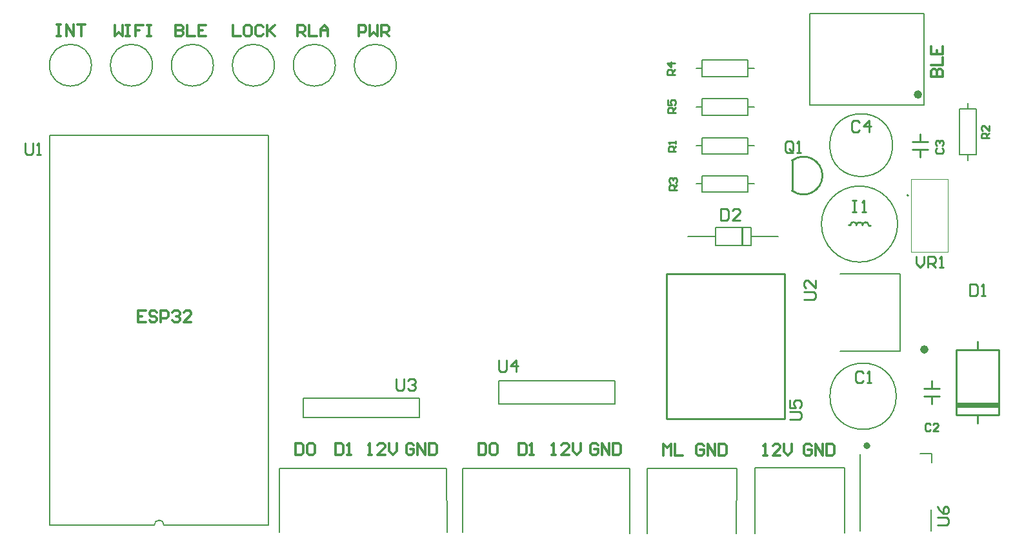
<source format=gbr>
%TF.GenerationSoftware,Altium Limited,Altium Designer,21.4.1 (30)*%
G04 Layer_Color=65535*
%FSLAX45Y45*%
%MOMM*%
%TF.SameCoordinates,B516314B-6D7E-4A12-AF4E-A3036E98B02D*%
%TF.FilePolarity,Positive*%
%TF.FileFunction,Legend,Top*%
%TF.Part,Single*%
G01*
G75*
%TA.AperFunction,NonConductor*%
%ADD51C,0.50000*%
%ADD52C,0.25400*%
%ADD53C,0.20000*%
%ADD54C,0.22000*%
%ADD55C,0.25000*%
%ADD56C,0.10000*%
%ADD57C,0.30000*%
G36*
X13279401Y1765050D02*
X12720600D01*
Y1701550D01*
X13279401D01*
Y1765050D01*
D02*
G37*
D51*
X12334000Y2464400D02*
G03*
X12334000Y2464400I-30000J0D01*
G01*
X11530000Y1200000D02*
G03*
X11570000Y1200000I20000J0D01*
G01*
D02*
G03*
X11530000Y1200000I-20000J0D01*
G01*
X12250000Y5815000D02*
G03*
X12250000Y5815000I-30000J0D01*
G01*
D52*
X10568686Y4551680D02*
G03*
X10568686Y4947920I149840J198120D01*
G01*
X10568813Y4551810D02*
Y4947790D01*
X10475000Y1550000D02*
Y3460000D01*
X8925000Y1550000D02*
X10475000D01*
X8925000D02*
Y3460000D01*
X10475000D01*
X12148400Y5196800D02*
X12351600D01*
X12250000D02*
Y5298400D01*
Y5095200D02*
X12351600D01*
X12148400D02*
X12250000D01*
Y4993600D02*
Y5095200D01*
X12400000Y1751600D02*
Y1853200D01*
X12298400D02*
X12400000D01*
X12501600D01*
X12400000Y1954800D02*
Y2056400D01*
X12298400Y1954800D02*
X12501600D01*
X13279999Y1604512D02*
Y2454510D01*
X12720000Y1604512D02*
X13279999D01*
X13000000Y2460510D02*
Y2570509D01*
Y1494512D02*
Y1604512D01*
X12720000D02*
Y2454510D01*
Y2458511D02*
X13279999D01*
X6723041Y2326175D02*
Y2199217D01*
X6748433Y2173825D01*
X6799217D01*
X6824608Y2199217D01*
Y2326175D01*
X6951567Y2173825D02*
Y2326175D01*
X6875392Y2250000D01*
X6976959D01*
X11361129Y4426175D02*
X11411912D01*
X11386521D01*
Y4273825D01*
X11361129D01*
X11411912D01*
X11488088D02*
X11538871D01*
X11513480D01*
Y4426175D01*
X11488088Y4400783D01*
X12466677Y5108339D02*
X12450015Y5091677D01*
Y5058355D01*
X12466677Y5041693D01*
X12533322D01*
X12549983Y5058355D01*
Y5091677D01*
X12533322Y5108339D01*
X12466677Y5141661D02*
X12450015Y5158323D01*
Y5191645D01*
X12466677Y5208306D01*
X12483338D01*
X12499999Y5191645D01*
Y5174984D01*
Y5191645D01*
X12516661Y5208306D01*
X12533322D01*
X12549983Y5191645D01*
Y5158323D01*
X12533322Y5141661D01*
X12383339Y1480123D02*
X12366678Y1496784D01*
X12333355D01*
X12316694Y1480123D01*
Y1413477D01*
X12333355Y1396816D01*
X12366678D01*
X12383339Y1413477D01*
X12483307Y1396816D02*
X12416661D01*
X12483307Y1463461D01*
Y1480123D01*
X12466645Y1496784D01*
X12433323D01*
X12416661Y1480123D01*
X9033790Y6079069D02*
X8933822D01*
Y6129053D01*
X8950484Y6145714D01*
X8983806D01*
X9000468Y6129053D01*
Y6079069D01*
Y6112392D02*
X9033790Y6145714D01*
Y6229021D02*
X8933822D01*
X8983806Y6179037D01*
Y6245682D01*
X12475024Y155040D02*
X12599984D01*
X12624976Y180032D01*
Y230016D01*
X12599984Y255008D01*
X12475024D01*
Y404959D02*
X12500016Y354976D01*
X12550000Y304992D01*
X12599984D01*
X12624976Y329984D01*
Y379967D01*
X12599984Y404959D01*
X12574992D01*
X12550000Y379967D01*
Y304992D01*
X12898433Y3326175D02*
Y3173825D01*
X12974608D01*
X13000000Y3199217D01*
Y3300784D01*
X12974608Y3326175D01*
X12898433D01*
X13050784Y3173825D02*
X13101567D01*
X13076176D01*
Y3326175D01*
X13050784Y3300784D01*
X12200057Y3690376D02*
Y3590408D01*
X12250041Y3540424D01*
X12300024Y3590408D01*
Y3690376D01*
X12350008Y3540424D02*
Y3690376D01*
X12424984D01*
X12449976Y3665384D01*
Y3615400D01*
X12424984Y3590408D01*
X12350008D01*
X12399992D02*
X12449976Y3540424D01*
X12499960D02*
X12549943D01*
X12524951D01*
Y3690376D01*
X12499960Y3665384D01*
X508033Y5181575D02*
Y5054617D01*
X533425Y5029225D01*
X584208D01*
X609600Y5054617D01*
Y5181575D01*
X660384Y5029225D02*
X711167D01*
X685776D01*
Y5181575D01*
X660384Y5156183D01*
X10541025Y1549441D02*
X10667983D01*
X10693375Y1574833D01*
Y1625617D01*
X10667983Y1651008D01*
X10541025D01*
Y1803359D02*
Y1701792D01*
X10617200D01*
X10591808Y1752575D01*
Y1777967D01*
X10617200Y1803359D01*
X10667983D01*
X10693375Y1777967D01*
Y1727184D01*
X10667983Y1701792D01*
X10723825Y3123041D02*
X10850783D01*
X10876175Y3148433D01*
Y3199217D01*
X10850783Y3224608D01*
X10723825D01*
X10876175Y3376959D02*
Y3275392D01*
X10774608Y3376959D01*
X10749216D01*
X10723825Y3351567D01*
Y3300784D01*
X10749216Y3275392D01*
X5373041Y2076175D02*
Y1949217D01*
X5398433Y1923825D01*
X5449216D01*
X5474608Y1949217D01*
Y2076175D01*
X5525392Y2050784D02*
X5550784Y2076175D01*
X5601567D01*
X5626959Y2050784D01*
Y2025392D01*
X5601567Y2000000D01*
X5576175D01*
X5601567D01*
X5626959Y1974608D01*
Y1949217D01*
X5601567Y1923825D01*
X5550784D01*
X5525392Y1949217D01*
X9040783Y5575294D02*
X8940815D01*
Y5625278D01*
X8957477Y5641939D01*
X8990799D01*
X9007461Y5625278D01*
Y5575294D01*
Y5608616D02*
X9040783Y5641939D01*
X8940815Y5741906D02*
Y5675261D01*
X8990799D01*
X8974138Y5708584D01*
Y5725245D01*
X8990799Y5741906D01*
X9024122D01*
X9040783Y5725245D01*
Y5691923D01*
X9024122Y5675261D01*
X9054183Y4556694D02*
X8954216D01*
Y4606678D01*
X8970877Y4623339D01*
X9004199D01*
X9020861Y4606678D01*
Y4556694D01*
Y4590016D02*
X9054183Y4623339D01*
X8970877Y4656662D02*
X8954216Y4673323D01*
Y4706645D01*
X8970877Y4723307D01*
X8987538D01*
X9004199Y4706645D01*
Y4689984D01*
Y4706645D01*
X9020861Y4723307D01*
X9037522D01*
X9054183Y4706645D01*
Y4673323D01*
X9037522Y4656662D01*
X13153583Y5241694D02*
X13053615D01*
Y5291678D01*
X13070277Y5308339D01*
X13103600D01*
X13120261Y5291678D01*
Y5241694D01*
Y5275016D02*
X13153583Y5308339D01*
Y5408306D02*
Y5341661D01*
X13086938Y5408306D01*
X13070277D01*
X13053615Y5391645D01*
Y5358323D01*
X13070277Y5341661D01*
X9044074Y5066240D02*
X8944106D01*
Y5116223D01*
X8960767Y5132885D01*
X8994090D01*
X9010751Y5116223D01*
Y5066240D01*
Y5099562D02*
X9044074Y5132885D01*
Y5166207D02*
Y5199530D01*
Y5182869D01*
X8944106D01*
X8960767Y5166207D01*
X10584180Y5077477D02*
Y5179043D01*
X10558788Y5204435D01*
X10508005D01*
X10482613Y5179043D01*
Y5077477D01*
X10508005Y5052085D01*
X10558788D01*
X10533397Y5102868D02*
X10584180Y5052085D01*
X10558788D02*
X10584180Y5077477D01*
X10634964Y5052085D02*
X10685747D01*
X10660356D01*
Y5204435D01*
X10634964Y5179043D01*
X9634041Y4313975D02*
Y4161625D01*
X9710217D01*
X9735608Y4187017D01*
Y4288583D01*
X9710217Y4313975D01*
X9634041D01*
X9887959Y4161625D02*
X9786392D01*
X9887959Y4263192D01*
Y4288583D01*
X9862567Y4313975D01*
X9811784D01*
X9786392Y4288583D01*
X11449608Y5450784D02*
X11424216Y5476175D01*
X11373433D01*
X11348041Y5450784D01*
Y5349217D01*
X11373433Y5323825D01*
X11424216D01*
X11449608Y5349217D01*
X11576567Y5323825D02*
Y5476175D01*
X11500392Y5400000D01*
X11601959D01*
X11500000Y2150784D02*
X11474608Y2176175D01*
X11423825D01*
X11398433Y2150784D01*
Y2049217D01*
X11423825Y2023825D01*
X11474608D01*
X11500000Y2049217D01*
X11550784Y2023825D02*
X11601567D01*
X11576176D01*
Y2176175D01*
X11550784Y2150784D01*
D53*
X1375000Y6200000D02*
G03*
X1375000Y6200000I-275000J0D01*
G01*
X2175000D02*
G03*
X2175000Y6200000I-275000J0D01*
G01*
X2975000D02*
G03*
X2975000Y6200000I-275000J0D01*
G01*
X3775000D02*
G03*
X3775000Y6200000I-275000J0D01*
G01*
X4575000D02*
G03*
X4575000Y6200000I-275000J0D01*
G01*
X5375000D02*
G03*
X5375000Y6200000I-275000J0D01*
G01*
X11887500Y5150000D02*
G03*
X11887500Y5150000I-412500J0D01*
G01*
X11935000Y1850000D02*
G03*
X11935000Y1850000I-435000J0D01*
G01*
X11954000Y4112700D02*
G03*
X11954000Y4112700I-500000J0D01*
G01*
X12075000Y4489000D02*
G03*
X12095000Y4489000I10000J0D01*
G01*
D02*
G03*
X12075000Y4489000I-10000J0D01*
G01*
X2326639Y157480D02*
G03*
X2199639Y157480I-63500J0D01*
G01*
X11986900Y2439000D02*
Y3455000D01*
X11198500D02*
X11986900D01*
X11198500Y2439000D02*
X11986900D01*
X8247000Y1747600D02*
Y2052400D01*
X6723000Y1747600D02*
Y2052400D01*
Y1747600D02*
X8247000D01*
X6723000Y2052400D02*
X8247000D01*
X10078700Y911200D02*
X11254700D01*
X10078700D02*
X10078720Y50800D01*
X11254700Y911200D02*
X11257280Y53340D01*
X12390000Y80000D02*
X12390000Y360000D01*
X11460000Y80000D02*
Y1090000D01*
X12247490Y1099866D02*
X12400000Y1100000D01*
X4153000Y1570460D02*
X5677000D01*
Y1821920D01*
X4153000D02*
X5677000D01*
X4153000Y1570460D02*
Y1821920D01*
X9310000Y5650000D02*
X9390000D01*
X9990000D02*
X10070000D01*
X9670000Y5542500D02*
X9990000D01*
Y5757500D01*
X9390000D02*
X9990000D01*
X9390000Y5542500D02*
Y5757500D01*
Y5542500D02*
X9670000D01*
X9990000Y5140000D02*
X10070000D01*
X9310000D02*
X9390000D01*
Y5247500D02*
X9710000D01*
X9390000Y5032500D02*
Y5247500D01*
Y5032500D02*
X9990000D01*
Y5247500D01*
X9710000D02*
X9990000D01*
X9390000Y4532500D02*
X9670000D01*
X9390000D02*
Y4747500D01*
X9990000D01*
Y4532500D02*
Y4747500D01*
X9670000Y4532500D02*
X9990000D01*
Y4640000D02*
X10070000D01*
X9310000D02*
X9390000D01*
X9710000Y6267500D02*
X9990000D01*
Y6052500D02*
Y6267500D01*
X9390000Y6052500D02*
X9990000D01*
X9390000D02*
Y6267500D01*
X9710000D01*
X9310000Y6160000D02*
X9390000D01*
X9990000D02*
X10070000D01*
X9203800Y3950000D02*
X9562500D01*
X10027500D02*
X10386200D01*
X10027500Y3832500D02*
Y4067500D01*
X9562500D02*
X10027500D01*
X9562500Y3832500D02*
Y4067500D01*
Y3832500D02*
X10027500D01*
X10800000Y5675000D02*
X12300000D01*
Y6875000D01*
X10800000D02*
X12300000D01*
X10800000Y5675000D02*
Y6875000D01*
X12875000Y5625000D02*
Y5705000D01*
Y4945000D02*
Y5025000D01*
X12767500D02*
Y5345000D01*
Y5025000D02*
X12982500D01*
Y5625000D01*
X12767500D02*
X12982500D01*
X12767500Y5345000D02*
Y5625000D01*
X825500Y5281240D02*
X825500Y157480D01*
X2199639D01*
X3695700D02*
Y5283200D01*
X825500Y5281240D02*
X3695700Y5283200D01*
X2326639Y157480D02*
X3695700D01*
X3840000Y60000D02*
X3842000Y900000D01*
X9840000Y50000D02*
X9842000Y900000D01*
X8666000D02*
X8670000Y50000D01*
X8666000Y900000D02*
X9842000D01*
X6250000D02*
X8442000D01*
X6250000Y60000D02*
Y900000D01*
X8440000Y50000D02*
X8442000Y900000D01*
X3842000D02*
X6034000D01*
X6040000Y60000D01*
X12399148Y976621D02*
X12400000Y1100000D01*
D54*
X11572953Y4097106D02*
G03*
X11492953Y4097106I-40000J723D01*
G01*
X11493782Y4097318D02*
G03*
X11413783Y4097318I-40000J723D01*
G01*
X11413892Y4098716D02*
G03*
X11333892Y4098716I-40000J723D01*
G01*
X11572953Y4097106D02*
X11592953D01*
X11311857Y4098838D02*
X11331857D01*
D55*
X9910000Y3840000D02*
Y4060000D01*
D56*
X12134000Y3748500D02*
X12617000D01*
Y4701500D01*
X12134000D02*
X12617000D01*
X12134000Y3748500D02*
Y4701500D01*
D57*
X10190000Y1071400D02*
X10239984D01*
X10214992D01*
Y1221351D01*
X10190000Y1196360D01*
X10414927Y1071400D02*
X10314960D01*
X10414927Y1171367D01*
Y1196360D01*
X10389935Y1221351D01*
X10339951D01*
X10314960Y1196360D01*
X10464911Y1221351D02*
Y1121384D01*
X10514895Y1071400D01*
X10564879Y1121384D01*
Y1221351D01*
X10823367Y1196360D02*
X10798376Y1221351D01*
X10748392D01*
X10723400Y1196360D01*
Y1096392D01*
X10748392Y1071400D01*
X10798376D01*
X10823367Y1096392D01*
Y1146376D01*
X10773384D01*
X10873351Y1071400D02*
Y1221351D01*
X10973319Y1071400D01*
Y1221351D01*
X11023303D02*
Y1071400D01*
X11098279D01*
X11123270Y1096392D01*
Y1196360D01*
X11098279Y1221351D01*
X11023303D01*
X2480000Y6729951D02*
Y6580000D01*
X2554976D01*
X2579967Y6604992D01*
Y6629984D01*
X2554976Y6654976D01*
X2480000D01*
X2554976D01*
X2579967Y6679968D01*
Y6704960D01*
X2554976Y6729951D01*
X2480000D01*
X2629951D02*
Y6580000D01*
X2729919D01*
X2879870Y6729951D02*
X2779903D01*
Y6580000D01*
X2879870D01*
X2779903Y6654976D02*
X2829887D01*
X1680000Y6729951D02*
Y6580000D01*
X1729984Y6629984D01*
X1779967Y6580000D01*
Y6729951D01*
X1829951D02*
X1879935D01*
X1854943D01*
Y6580000D01*
X1829951D01*
X1879935D01*
X2054879Y6729951D02*
X1954911D01*
Y6654976D01*
X2004895D01*
X1954911D01*
Y6580000D01*
X2104862Y6729951D02*
X2154846D01*
X2129854D01*
Y6580000D01*
X2104862D01*
X2154846D01*
X3230000Y6729951D02*
Y6580000D01*
X3329967D01*
X3454927Y6729951D02*
X3404943D01*
X3379951Y6704960D01*
Y6604992D01*
X3404943Y6580000D01*
X3454927D01*
X3479919Y6604992D01*
Y6704960D01*
X3454927Y6729951D01*
X3629870Y6704960D02*
X3604878Y6729951D01*
X3554895D01*
X3529903Y6704960D01*
Y6604992D01*
X3554895Y6580000D01*
X3604878D01*
X3629870Y6604992D01*
X3679854Y6729951D02*
Y6580000D01*
Y6629984D01*
X3779822Y6729951D01*
X3704846Y6654976D01*
X3779822Y6580000D01*
X919000Y6733151D02*
X968984D01*
X943992D01*
Y6583200D01*
X919000D01*
X968984D01*
X1043960D02*
Y6733151D01*
X1143927Y6583200D01*
Y6733151D01*
X1193911D02*
X1293879D01*
X1243895D01*
Y6583200D01*
X4080000Y6580000D02*
Y6729951D01*
X4154976D01*
X4179968Y6704960D01*
Y6654976D01*
X4154976Y6629984D01*
X4080000D01*
X4129984D02*
X4179968Y6580000D01*
X4229951Y6729951D02*
Y6580000D01*
X4329919D01*
X4379903D02*
Y6679968D01*
X4429887Y6729951D01*
X4479870Y6679968D01*
Y6580000D01*
Y6654976D01*
X4379903D01*
X4880000Y6580000D02*
Y6729951D01*
X4954976D01*
X4979967Y6704960D01*
Y6654976D01*
X4954976Y6629984D01*
X4880000D01*
X5029951Y6729951D02*
Y6580000D01*
X5079935Y6629984D01*
X5129919Y6580000D01*
Y6729951D01*
X5179903Y6580000D02*
Y6729951D01*
X5254878D01*
X5279870Y6704960D01*
Y6654976D01*
X5254878Y6629984D01*
X5179903D01*
X5229887D02*
X5279870Y6580000D01*
X12393049Y6049800D02*
X12543000D01*
Y6124776D01*
X12518008Y6149767D01*
X12493016D01*
X12468024Y6124776D01*
Y6049800D01*
Y6124776D01*
X12443033Y6149767D01*
X12418040D01*
X12393049Y6124776D01*
Y6049800D01*
Y6199751D02*
X12543000D01*
Y6299719D01*
X12393049Y6449670D02*
Y6349703D01*
X12543000D01*
Y6449670D01*
X12468024Y6349703D02*
Y6399687D01*
X9409967Y1194960D02*
X9384976Y1219951D01*
X9334992D01*
X9310000Y1194960D01*
Y1094992D01*
X9334992Y1070000D01*
X9384976D01*
X9409967Y1094992D01*
Y1144976D01*
X9359984D01*
X9459951Y1070000D02*
Y1219951D01*
X9559919Y1070000D01*
Y1219951D01*
X9609903D02*
Y1070000D01*
X9684879D01*
X9709870Y1094992D01*
Y1194960D01*
X9684879Y1219951D01*
X9609903D01*
X6980000Y1229951D02*
Y1080000D01*
X7054976D01*
X7079968Y1104992D01*
Y1204959D01*
X7054976Y1229951D01*
X6980000D01*
X7129951Y1080000D02*
X7179935D01*
X7154943D01*
Y1229951D01*
X7129951Y1204959D01*
X8021747Y1203980D02*
X7996756Y1228971D01*
X7946772D01*
X7921780Y1203980D01*
Y1104012D01*
X7946772Y1079020D01*
X7996756D01*
X8021747Y1104012D01*
Y1153996D01*
X7971764D01*
X8071731Y1079020D02*
Y1228971D01*
X8171699Y1079020D01*
Y1228971D01*
X8221683D02*
Y1079020D01*
X8296659D01*
X8321650Y1104012D01*
Y1203980D01*
X8296659Y1228971D01*
X8221683D01*
X7416320Y1081560D02*
X7466304D01*
X7441312D01*
Y1231511D01*
X7416320Y1206520D01*
X7641247Y1081560D02*
X7541280D01*
X7641247Y1181527D01*
Y1206520D01*
X7616255Y1231511D01*
X7566271D01*
X7541280Y1206520D01*
X7691231Y1231511D02*
Y1131544D01*
X7741215Y1081560D01*
X7791199Y1131544D01*
Y1231511D01*
X8880000Y1070000D02*
Y1219951D01*
X8929984Y1169967D01*
X8979968Y1219951D01*
Y1070000D01*
X9029951Y1219951D02*
Y1070000D01*
X9129919D01*
X6455000Y1229951D02*
Y1080000D01*
X6529976D01*
X6554968Y1104992D01*
Y1204959D01*
X6529976Y1229951D01*
X6455000D01*
X6604951Y1204959D02*
X6629943Y1229951D01*
X6679927D01*
X6704919Y1204959D01*
Y1104992D01*
X6679927Y1080000D01*
X6629943D01*
X6604951Y1104992D01*
Y1204959D01*
X2085767Y2973951D02*
X1985800D01*
Y2824000D01*
X2085767D01*
X1985800Y2898976D02*
X2035784D01*
X2235719Y2948960D02*
X2210727Y2973951D01*
X2160743D01*
X2135751Y2948960D01*
Y2923967D01*
X2160743Y2898976D01*
X2210727D01*
X2235719Y2873984D01*
Y2848992D01*
X2210727Y2824000D01*
X2160743D01*
X2135751Y2848992D01*
X2285703Y2824000D02*
Y2973951D01*
X2360679D01*
X2385670Y2948960D01*
Y2898976D01*
X2360679Y2873984D01*
X2285703D01*
X2435654Y2948960D02*
X2460646Y2973951D01*
X2510630D01*
X2535622Y2948960D01*
Y2923967D01*
X2510630Y2898976D01*
X2485638D01*
X2510630D01*
X2535622Y2873984D01*
Y2848992D01*
X2510630Y2824000D01*
X2460646D01*
X2435654Y2848992D01*
X2685573Y2824000D02*
X2585606D01*
X2685573Y2923967D01*
Y2948960D01*
X2660581Y2973951D01*
X2610598D01*
X2585606Y2948960D01*
X5606207Y1206520D02*
X5581216Y1231511D01*
X5531232D01*
X5506240Y1206520D01*
Y1106552D01*
X5531232Y1081560D01*
X5581216D01*
X5606207Y1106552D01*
Y1156536D01*
X5556224D01*
X5656191Y1081560D02*
Y1231511D01*
X5756159Y1081560D01*
Y1231511D01*
X5806143D02*
Y1081560D01*
X5881119D01*
X5906110Y1106552D01*
Y1206520D01*
X5881119Y1231511D01*
X5806143D01*
X5005860Y1079020D02*
X5055844D01*
X5030852D01*
Y1228971D01*
X5005860Y1203980D01*
X5230787Y1079020D02*
X5130820D01*
X5230787Y1178987D01*
Y1203980D01*
X5205795Y1228971D01*
X5155811D01*
X5130820Y1203980D01*
X5280771Y1228971D02*
Y1129004D01*
X5330755Y1079020D01*
X5380739Y1129004D01*
Y1228971D01*
X4580000Y1229951D02*
Y1080000D01*
X4654976D01*
X4679968Y1104992D01*
Y1204959D01*
X4654976Y1229951D01*
X4580000D01*
X4729951Y1080000D02*
X4779935D01*
X4754943D01*
Y1229951D01*
X4729951Y1204959D01*
X4054800Y1231351D02*
Y1081400D01*
X4129776D01*
X4154768Y1106392D01*
Y1206360D01*
X4129776Y1231351D01*
X4054800D01*
X4204752Y1206360D02*
X4229743Y1231351D01*
X4279727D01*
X4304719Y1206360D01*
Y1106392D01*
X4279727Y1081400D01*
X4229743D01*
X4204752Y1106392D01*
Y1206360D01*
%TF.MD5,f48ee32e13588f239dc8835b1cc24c95*%
M02*

</source>
